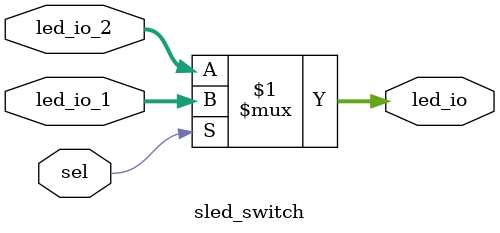
<source format=v>
module sled_switch(
	input [7:0] led_io_1, led_io_2,
	input sel,
	output wire [7:0] led_io
);

assign led_io = sel ? led_io_1 : led_io_2;

endmodule

</source>
